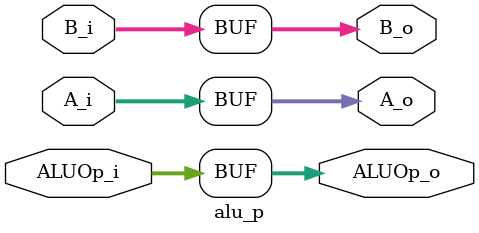
<source format=v>
`timescale 1ns / 1ps
module alu_p(
           A_i, B_i, ALUOp_i,A_o, B_o, ALUOp_o
       );
input [31:0] A_i;
input [31:0] B_i;
input [4:0] ALUOp_i;
output reg [31:0] A_o;
output reg [31:0] B_o;
output reg [4:0] ALUOp_o;
always@(*) begin//±£Ö¤Í¬Ê±½øÈë alu
    A_o<=A_i;
    B_o<=B_i;
    ALUOp_o<=ALUOp_i;
end
endmodule
</source>
